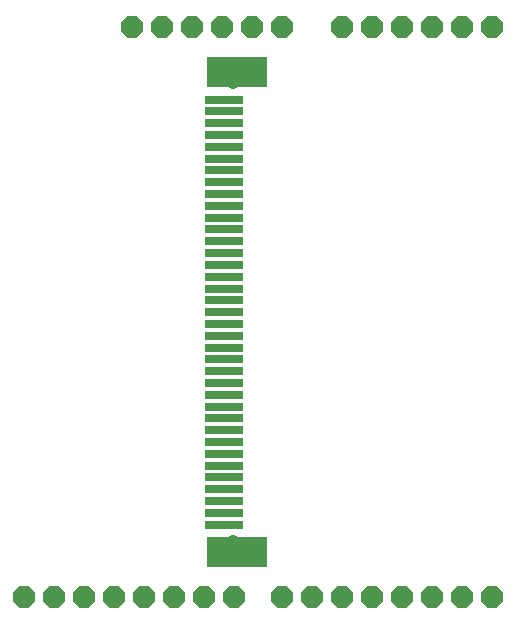
<source format=gbr>
G04 EAGLE Gerber RS-274X export*
G75*
%MOMM*%
%FSLAX34Y34*%
%LPD*%
%INSoldermask Bottom*%
%IPPOS*%
%AMOC8*
5,1,8,0,0,1.08239X$1,22.5*%
G01*
%ADD10P,2.034460X8X22.500000*%
%ADD11R,3.203200X0.703200*%
%ADD12R,5.080000X2.540000*%
%ADD13C,1.203200*%


D10*
X548640Y25400D03*
X523240Y508000D03*
X574040Y25400D03*
X599440Y25400D03*
X624840Y25400D03*
X650240Y25400D03*
X523240Y25400D03*
X497840Y25400D03*
X472440Y25400D03*
X431800Y25400D03*
X406400Y25400D03*
X381000Y25400D03*
X355600Y25400D03*
X330200Y25400D03*
X304800Y25400D03*
X279400Y25400D03*
X254000Y25400D03*
X548640Y508000D03*
X574040Y508000D03*
X599440Y508000D03*
X624840Y508000D03*
X650240Y508000D03*
X472440Y508000D03*
X447040Y508000D03*
X421640Y508000D03*
X396240Y508000D03*
X370840Y508000D03*
X345440Y508000D03*
D11*
X423340Y266700D03*
X423340Y276700D03*
X423340Y286700D03*
X423340Y296700D03*
X423340Y306700D03*
X423340Y316700D03*
X423340Y326700D03*
X423340Y336700D03*
X423340Y346700D03*
X423340Y356700D03*
X423340Y366700D03*
X423340Y376700D03*
X423340Y386700D03*
X423340Y396700D03*
X423340Y406700D03*
X423340Y416700D03*
X423340Y426700D03*
X423340Y436700D03*
X423340Y446700D03*
X423340Y256700D03*
X423340Y246700D03*
X423340Y236700D03*
X423340Y226700D03*
X423340Y216700D03*
X423340Y206700D03*
X423340Y196700D03*
X423340Y186700D03*
X423340Y176700D03*
X423340Y166700D03*
X423340Y156700D03*
X423340Y146700D03*
X423340Y136700D03*
X423340Y126700D03*
X423340Y116700D03*
X423340Y106700D03*
X423340Y96700D03*
X423340Y86700D03*
D12*
X434340Y469900D03*
X434340Y63500D03*
D13*
X431040Y461700D03*
X431040Y71700D03*
M02*

</source>
